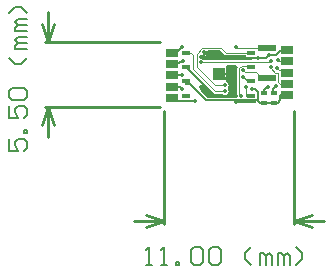
<source format=gbl>
%FSLAX44Y44*%
%MOMM*%
G71*
G01*
G75*
G04 Layer_Physical_Order=2*
G04 Layer_Color=16711680*
%ADD10R,0.7000X0.2800*%
%ADD11R,1.0000X1.0000*%
%ADD12R,0.4000X0.4000*%
%ADD13R,0.4000X0.4000*%
%ADD14R,0.5000X0.2500*%
%ADD15R,0.2500X0.5000*%
%ADD16C,0.1100*%
%ADD17C,0.1700*%
%ADD18C,0.1400*%
%ADD19C,0.2540*%
%ADD20C,0.1524*%
%ADD21C,0.3500*%
%ADD22R,1.5000X0.6000*%
%ADD23R,1.0000X1.0000*%
%ADD24R,0.7000X0.4000*%
%ADD25R,0.6000X0.4000*%
%ADD26R,1.0000X0.7000*%
G36*
X582015Y824483D02*
X581489Y823214D01*
Y801462D01*
X581489Y801462D01*
X581489D01*
X582044Y800123D01*
X582047Y800120D01*
X581992Y799846D01*
X582064Y799487D01*
X580795Y797941D01*
X556549D01*
X550756Y803734D01*
X550926Y804590D01*
X549926Y804789D01*
Y807601D01*
X550924D01*
Y808599D01*
X553735D01*
X553934Y807599D01*
X553900Y807427D01*
X555475Y807905D01*
X555843Y807978D01*
X561592Y802229D01*
X562932Y801674D01*
X569218D01*
X569373Y801442D01*
X570349Y800790D01*
X571500Y800561D01*
X572651Y800790D01*
X573627Y801442D01*
X574279Y802418D01*
X574508Y803569D01*
X574279Y804720D01*
X573627Y805695D01*
Y806609D01*
X574279Y807585D01*
X574508Y808736D01*
X574279Y809887D01*
X573631Y810857D01*
X573631Y810857D01*
X573631D01*
X573627Y810863D01*
X573624Y810865D01*
X573093Y811219D01*
X573093Y811219D01*
X573093D01*
X572651Y811515D01*
X572201Y811800D01*
D01*
X572201Y811800D01*
Y817000D01*
X565998D01*
Y819000D01*
X572201D01*
Y824200D01*
X572201D01*
Y824732D01*
X573615Y826146D01*
X580904D01*
X582015Y824483D01*
D02*
G37*
G36*
X570583Y834660D02*
Y834660D01*
D01*
X570583D01*
Y834660D01*
X571922Y834106D01*
X571922Y834106D01*
X588801D01*
Y832800D01*
X589872D01*
X594118Y831955D01*
X594241Y831610D01*
X594076Y829934D01*
X553208D01*
X553053Y830167D01*
X552077Y830819D01*
X550926Y831048D01*
X550754Y831013D01*
X549208Y832282D01*
Y833478D01*
X550690Y834822D01*
X551462Y834745D01*
X551593Y834549D01*
X552569Y833897D01*
X552720Y833867D01*
Y836678D01*
X553717D01*
Y837676D01*
X556529D01*
X556499Y837827D01*
X556814Y838416D01*
X566827D01*
X570583Y834660D01*
D02*
G37*
%LPC*%
G36*
X556529Y835676D02*
X554720D01*
Y833867D01*
X554871Y833897D01*
X555847Y834549D01*
X556499Y835525D01*
X556529Y835676D01*
D02*
G37*
G36*
X553735Y806599D02*
X551926D01*
Y804790D01*
X552077Y804820D01*
X553053Y805472D01*
X553705Y806448D01*
X553735Y806599D01*
D02*
G37*
%LPD*%
D16*
X582111Y840500D02*
X607000D01*
X581109Y841502D02*
X582111Y840500D01*
X586994Y821690D02*
X588518Y820166D01*
X597330D01*
X602996Y814500D01*
X607000D01*
X617780Y810000D02*
X623500D01*
X616250Y811530D02*
X617780Y810000D01*
X616250Y811530D02*
Y819251D01*
X614071D02*
X616250D01*
X610108Y823214D02*
X614071Y819251D01*
X610108Y823214D02*
Y824230D01*
X615442Y822960D02*
X616851Y821551D01*
X618550D01*
Y819500D02*
X623500D01*
X608838Y828040D02*
X610108Y829310D01*
X550926Y828040D02*
X608838D01*
X615950Y830072D02*
X617022Y829000D01*
X623500D01*
X590494Y824000D02*
X593501D01*
X589237Y825257D02*
X590494Y824000D01*
X585427Y825257D02*
X589237D01*
X583384Y823214D02*
X585427Y825257D01*
X583384Y801462D02*
Y823214D01*
Y801462D02*
X585000Y799846D01*
X543908Y822592D02*
Y834390D01*
X542298Y836000D02*
X543908Y834390D01*
X538501Y836000D02*
X542298D01*
X562610Y808736D02*
X571500D01*
X547314Y824032D02*
X562610Y808736D01*
X547314Y824032D02*
Y835462D01*
X552161Y840310D01*
X567612D01*
X571922Y836000D01*
X593501D01*
X588828Y800000D02*
X593501D01*
X588828D02*
Y806832D01*
X590668Y812000D02*
X593501D01*
X586994Y815674D02*
X590668Y812000D01*
X618550Y819500D02*
Y821551D01*
X543908Y822592D02*
X562932Y803569D01*
X571500D01*
D17*
X526500Y807501D02*
X533111D01*
X534670Y805942D01*
X526500Y817001D02*
X534670D01*
X526500Y826501D02*
X531114D01*
X532907Y828294D01*
X535178D01*
X535940Y829056D01*
X526500Y836001D02*
X529677D01*
X534670Y840994D01*
X599055Y795654D02*
X600710Y793999D01*
X604500D01*
X596900Y805180D02*
X599055Y803025D01*
Y796929D02*
Y803025D01*
X580644Y794500D02*
X596626D01*
X594360Y805180D02*
X596900D01*
X541528Y810006D02*
X555683Y795851D01*
X538501Y810006D02*
Y812000D01*
X618236Y800500D02*
X623500D01*
X615950Y794000D02*
X618236Y796286D01*
X612502Y794000D02*
X615950D01*
X608330Y793999D02*
X612502Y794000D01*
X604500Y793999D02*
X608330D01*
X608584Y834390D02*
X614380D01*
X618490Y838500D01*
X623500D01*
X598932Y831596D02*
X605790D01*
X608584Y834390D01*
X553720Y836676D02*
X558800Y831596D01*
X567690Y818000D02*
X575466Y810223D01*
X573132Y799761D02*
X575466Y802095D01*
X562740Y799761D02*
X573132D01*
X566001Y818000D02*
X567690D01*
X550926Y807599D02*
X551401D01*
X559239Y799761D01*
X575466Y802095D02*
Y810223D01*
X526500Y795274D02*
Y798001D01*
X555683Y795851D02*
X580644D01*
X597977D01*
X596626Y794500D02*
X597977Y795851D01*
X599055Y796929D01*
X597977Y795851D02*
X599055Y796929D01*
X538501Y810006D02*
X541528D01*
X599055Y795654D02*
Y796929D01*
Y803025D01*
X618236Y796286D02*
Y800500D01*
X526500Y795274D02*
X545846D01*
X562740Y799761D02*
X573132D01*
X558800Y831596D02*
X598932D01*
X605790D01*
X559239Y799761D02*
X562740D01*
X538501Y824000D02*
X562740Y799761D01*
D18*
X607060Y807192D02*
X607850D01*
X604500Y804632D02*
X607060Y807192D01*
X604500Y801999D02*
Y804632D01*
X611886Y805180D02*
X614426Y807720D01*
X611886Y802000D02*
X612502D01*
X611886D02*
Y805180D01*
D19*
X419360Y845500D02*
X516260D01*
X419360Y790500D02*
X516260D01*
X421900Y765100D02*
Y790500D01*
Y845500D02*
Y870900D01*
X416820Y775260D02*
X421900Y790500D01*
X426980Y775260D01*
X421900Y845500D02*
X426980Y860740D01*
X416820D02*
X421900Y845500D01*
X630000Y690880D02*
Y786760D01*
X520000Y690880D02*
Y786760D01*
X494600Y693420D02*
X520000D01*
X630000D02*
X655400D01*
X504760Y698500D02*
X520000Y693420D01*
X504760Y688340D02*
X520000Y693420D01*
X630000D02*
X645240Y688340D01*
X630000Y693420D02*
X645240Y698500D01*
D20*
X388382Y763152D02*
Y752996D01*
X395999D01*
X393460Y758074D01*
Y760613D01*
X395999Y763152D01*
X401078D01*
X403617Y760613D01*
Y755535D01*
X401078Y752996D01*
X403617Y768231D02*
X401078D01*
Y770770D01*
X403617D01*
Y768231D01*
X388382Y791083D02*
Y780927D01*
X395999D01*
X393460Y786005D01*
Y788544D01*
X395999Y791083D01*
X401078D01*
X403617Y788544D01*
Y783466D01*
X401078Y780927D01*
X390921Y796162D02*
X388382Y798701D01*
Y803779D01*
X390921Y806318D01*
X401078D01*
X403617Y803779D01*
Y798701D01*
X401078Y796162D01*
X390921D01*
X403617Y831710D02*
X398539Y826632D01*
X393460D01*
X388382Y831710D01*
X403617Y839328D02*
X393460D01*
Y841867D01*
X395999Y844406D01*
X403617D01*
X395999D01*
X393460Y846945D01*
X395999Y849484D01*
X403617D01*
Y854563D02*
X393460D01*
Y857102D01*
X395999Y859641D01*
X403617D01*
X395999D01*
X393460Y862180D01*
X395999Y864719D01*
X403617D01*
Y869798D02*
X398539Y874876D01*
X393460D01*
X388382Y869798D01*
X504917Y656854D02*
X509996D01*
X507457D01*
Y672089D01*
X504917Y669550D01*
X517613Y656854D02*
X522692D01*
X520153D01*
Y672089D01*
X517613Y669550D01*
X530309Y656854D02*
Y659393D01*
X532848D01*
Y656854D01*
X530309D01*
X543005Y669550D02*
X545544Y672089D01*
X550623D01*
X553162Y669550D01*
Y659393D01*
X550623Y656854D01*
X545544D01*
X543005Y659393D01*
Y669550D01*
X558240D02*
X560779Y672089D01*
X565858D01*
X568397Y669550D01*
Y659393D01*
X565858Y656854D01*
X560779D01*
X558240Y659393D01*
Y669550D01*
X593789Y656854D02*
X588710Y661932D01*
Y667011D01*
X593789Y672089D01*
X601406Y656854D02*
Y667011D01*
X603945D01*
X606485Y664471D01*
Y656854D01*
Y664471D01*
X609024Y667011D01*
X611563Y664471D01*
Y656854D01*
X616641D02*
Y667011D01*
X619180D01*
X621720Y664471D01*
Y656854D01*
Y664471D01*
X624259Y667011D01*
X626798Y664471D01*
Y656854D01*
X631876D02*
X636955Y661932D01*
Y667011D01*
X631876Y672089D01*
D21*
X581109Y841502D02*
D03*
X586994Y821690D02*
D03*
X534670Y805942D02*
D03*
Y817001D02*
D03*
X535940Y829056D02*
D03*
X607850Y807192D02*
D03*
X614426Y807720D02*
D03*
X534670Y840994D02*
D03*
X580644Y794500D02*
D03*
X594360Y805180D02*
D03*
X610108Y824230D02*
D03*
X615442Y822960D02*
D03*
X610108Y829310D02*
D03*
X550926Y828040D02*
D03*
X615950Y830072D02*
D03*
X585000Y799846D02*
D03*
X571500Y803569D02*
D03*
Y808736D02*
D03*
X588828Y806832D02*
D03*
X586994Y815674D02*
D03*
X598932Y831596D02*
D03*
X608584Y834390D02*
D03*
X553720Y836676D02*
D03*
X550926Y807599D02*
D03*
X545846Y795274D02*
D03*
D22*
X607000Y840500D02*
D03*
Y814500D02*
D03*
D23*
X566001Y818000D02*
D03*
D24*
X593501Y836000D02*
D03*
Y824000D02*
D03*
Y812000D02*
D03*
Y800000D02*
D03*
X538501D02*
D03*
Y812000D02*
D03*
Y824000D02*
D03*
Y836000D02*
D03*
D25*
X604500Y793999D02*
D03*
Y801999D02*
D03*
X612502Y794000D02*
D03*
Y802000D02*
D03*
D26*
X623500Y800500D02*
D03*
Y810000D02*
D03*
Y819500D02*
D03*
Y829000D02*
D03*
Y838500D02*
D03*
X526500Y798001D02*
D03*
Y807501D02*
D03*
Y817001D02*
D03*
Y826501D02*
D03*
Y836001D02*
D03*
M02*

</source>
